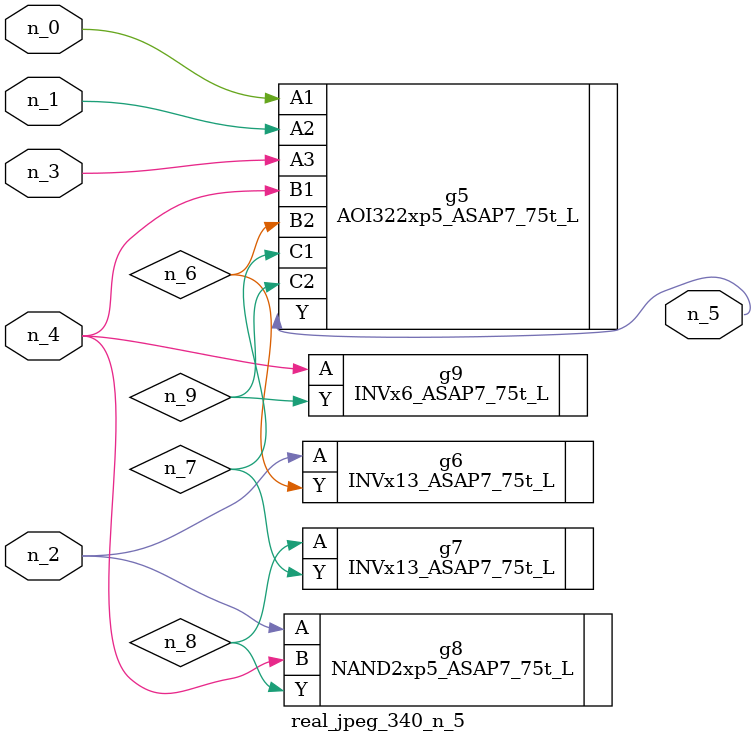
<source format=v>
module real_jpeg_340_n_5 (n_4, n_0, n_1, n_2, n_3, n_5);

input n_4;
input n_0;
input n_1;
input n_2;
input n_3;

output n_5;

wire n_8;
wire n_6;
wire n_7;
wire n_9;

AOI322xp5_ASAP7_75t_L g5 ( 
.A1(n_0),
.A2(n_1),
.A3(n_3),
.B1(n_4),
.B2(n_6),
.C1(n_7),
.C2(n_9),
.Y(n_5)
);

INVx13_ASAP7_75t_L g6 ( 
.A(n_2),
.Y(n_6)
);

NAND2xp5_ASAP7_75t_L g8 ( 
.A(n_2),
.B(n_4),
.Y(n_8)
);

INVx6_ASAP7_75t_L g9 ( 
.A(n_4),
.Y(n_9)
);

INVx13_ASAP7_75t_L g7 ( 
.A(n_8),
.Y(n_7)
);


endmodule
</source>
